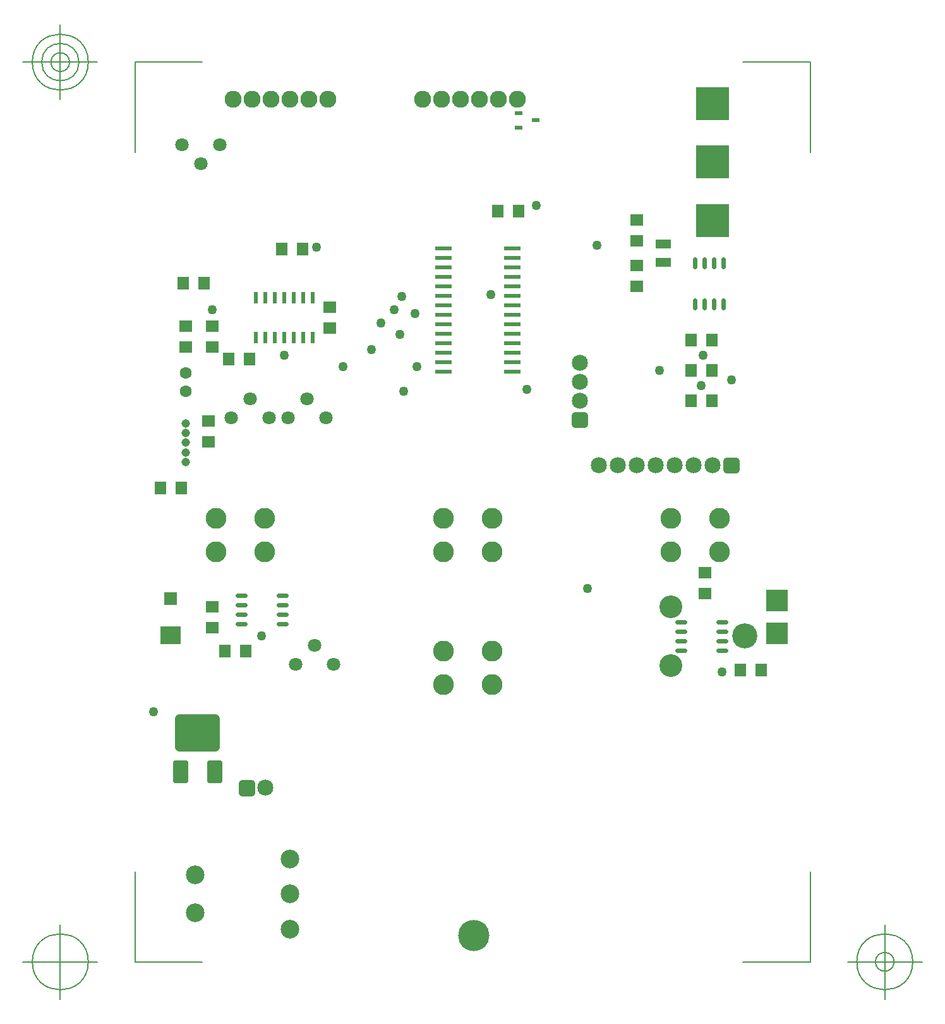
<source format=gbr>
G04 Generated by Ultiboard 14.0 *
%FSLAX33Y33*%
%MOMM*%

%ADD10C,0.001*%
%ADD11C,0.127*%
%ADD12R,1.600X1.800*%
%ADD13R,0.021X1.016*%
%ADD14C,0.593*%
%ADD15R,1.800X1.600*%
%ADD16R,2.100X1.300*%
%ADD17R,4.500X4.500*%
%ADD18C,2.794*%
%ADD19R,1.016X0.021*%
%ADD20R,2.200X0.600*%
%ADD21C,1.800*%
%ADD22C,1.270*%
%ADD23C,1.600*%
%ADD24R,0.600X1.550*%
%ADD25R,1.164X1.164*%
%ADD26C,0.995*%
%ADD27C,2.159*%
%ADD28R,1.000X0.600*%
%ADD29C,2.286*%
%ADD30C,3.356*%
%ADD31C,3.048*%
%ADD32C,2.500*%
%ADD33R,1.397X2.413*%
%ADD34R,4.741X3.725*%
%ADD35R,1.270X1.270*%
%ADD36C,0.889*%
%ADD37R,1.778X1.651*%
%ADD38R,2.667X2.413*%
%ADD39C,1.143*%
%ADD40R,3.000X3.000*%
%ADD41C,4.191*%


G04 ColorRGB 9900CC for the following layer *
%LNSolder Mask Bottom*%
%LPD*%
G54D10*
G54D11*
X-1754Y-20254D02*
X-1754Y-8203D01*
X-1754Y-20254D02*
X7297Y-20254D01*
X88754Y-20254D02*
X79703Y-20254D01*
X88754Y-20254D02*
X88754Y-8203D01*
X88754Y100254D02*
X88754Y88203D01*
X88754Y100254D02*
X79703Y100254D01*
X-1754Y100254D02*
X7297Y100254D01*
X-1754Y100254D02*
X-1754Y88203D01*
X-6754Y-20254D02*
X-16754Y-20254D01*
X-11754Y-25254D02*
X-11754Y-15254D01*
X-15504Y-20254D02*
G75*
D01*
G02X-15504Y-20254I3750J0*
G01*
X93754Y-20254D02*
X103754Y-20254D01*
X98754Y-25254D02*
X98754Y-15254D01*
X95004Y-20254D02*
G75*
D01*
G02X95004Y-20254I3750J0*
G01*
X97504Y-20254D02*
G75*
D01*
G02X97504Y-20254I1250J0*
G01*
X-6754Y100254D02*
X-16754Y100254D01*
X-11754Y95254D02*
X-11754Y105254D01*
X-15504Y100254D02*
G75*
D01*
G02X-15504Y100254I3750J0*
G01*
X-14254Y100254D02*
G75*
D01*
G02X-14254Y100254I2500J0*
G01*
X-13004Y100254D02*
G75*
D01*
G02X-13004Y100254I1250J0*
G01*
G54D12*
X72768Y54864D03*
X75568Y54864D03*
X72768Y58928D03*
X75568Y58928D03*
X72768Y62992D03*
X75568Y62992D03*
X13592Y60452D03*
X10792Y60452D03*
X4696Y70612D03*
X7496Y70612D03*
X46860Y80264D03*
X49660Y80264D03*
X17904Y75184D03*
X20704Y75184D03*
X1648Y43180D03*
X4448Y43180D03*
X82172Y18796D03*
X79372Y18796D03*
X10284Y21336D03*
X13084Y21336D03*
G54D13*
X74549Y73364D03*
X74549Y67860D03*
X73279Y73364D03*
X73279Y67860D03*
X75819Y73364D03*
X77089Y73364D03*
X75819Y67860D03*
X77089Y67860D03*
G54D14*
X74539Y72856D02*
X74559Y72856D01*
X74559Y73872D01*
X74539Y73872D01*
X74539Y72856D01*D02*
X74539Y67352D02*
X74559Y67352D01*
X74559Y68368D01*
X74539Y68368D01*
X74539Y67352D01*D02*
X73269Y72856D02*
X73289Y72856D01*
X73289Y73872D01*
X73269Y73872D01*
X73269Y72856D01*D02*
X73269Y67352D02*
X73289Y67352D01*
X73289Y68368D01*
X73269Y68368D01*
X73269Y67352D01*D02*
X75809Y72856D02*
X75829Y72856D01*
X75829Y73872D01*
X75809Y73872D01*
X75809Y72856D01*D02*
X77079Y72856D02*
X77099Y72856D01*
X77099Y73872D01*
X77079Y73872D01*
X77079Y72856D01*D02*
X75809Y67352D02*
X75829Y67352D01*
X75829Y68368D01*
X75809Y68368D01*
X75809Y67352D01*D02*
X77079Y67352D02*
X77099Y67352D01*
X77099Y68368D01*
X77079Y68368D01*
X77079Y67352D01*D02*
X70908Y21453D02*
X71924Y21453D01*
X71924Y21473D01*
X70908Y21473D01*
X70908Y21453D01*D02*
X70908Y22723D02*
X71924Y22723D01*
X71924Y22743D01*
X70908Y22743D01*
X70908Y22723D01*D02*
X70908Y23993D02*
X71924Y23993D01*
X71924Y24013D01*
X70908Y24013D01*
X70908Y23993D01*D02*
X70908Y25263D02*
X71924Y25263D01*
X71924Y25283D01*
X70908Y25283D01*
X70908Y25263D01*D02*
X76412Y21453D02*
X77428Y21453D01*
X77428Y21473D01*
X76412Y21473D01*
X76412Y21453D01*D02*
X76412Y22723D02*
X77428Y22723D01*
X77428Y22743D01*
X76412Y22743D01*
X76412Y22723D01*D02*
X76412Y23993D02*
X77428Y23993D01*
X77428Y24013D01*
X76412Y24013D01*
X76412Y23993D01*D02*
X76412Y25263D02*
X77428Y25263D01*
X77428Y25283D01*
X76412Y25283D01*
X76412Y25263D01*D02*
X3620Y4054D02*
X5016Y4054D01*
X5016Y6466D01*
X3620Y6466D01*
X3620Y4054D01*D02*
X8192Y4054D02*
X9588Y4054D01*
X9588Y6466D01*
X8192Y6466D01*
X8192Y4054D01*D02*
X11980Y26279D02*
X12996Y26279D01*
X12996Y26299D01*
X11980Y26299D01*
X11980Y26279D01*D02*
X11980Y25009D02*
X12996Y25009D01*
X12996Y25029D01*
X11980Y25029D01*
X11980Y25009D01*D02*
X17484Y26279D02*
X18500Y26279D01*
X18500Y26299D01*
X17484Y26299D01*
X17484Y26279D01*D02*
X17484Y25009D02*
X18500Y25009D01*
X18500Y25029D01*
X17484Y25029D01*
X17484Y25009D01*D02*
X11980Y27549D02*
X12996Y27549D01*
X12996Y27569D01*
X11980Y27569D01*
X11980Y27549D01*D02*
X17484Y27549D02*
X18500Y27549D01*
X18500Y27569D01*
X17484Y27569D01*
X17484Y27549D01*D02*
X11980Y28819D02*
X12996Y28819D01*
X12996Y28839D01*
X11980Y28839D01*
X11980Y28819D01*D02*
X17484Y28819D02*
X18500Y28819D01*
X18500Y28839D01*
X17484Y28839D01*
X17484Y28819D01*D02*
G54D15*
X65532Y70228D03*
X65532Y73028D03*
X74676Y29080D03*
X74676Y31880D03*
X24384Y64640D03*
X24384Y67440D03*
X5080Y64900D03*
X5080Y62100D03*
X8636Y64900D03*
X8636Y62100D03*
X8128Y52200D03*
X8128Y49400D03*
X8636Y27308D03*
X8636Y24508D03*
X65532Y79124D03*
X65532Y76324D03*
G54D16*
X69088Y73476D03*
X69088Y75876D03*
G54D17*
X75692Y79018D03*
X75692Y86868D03*
X75692Y94718D03*
G54D18*
X9144Y34629D03*
X15663Y34629D03*
X9144Y39116D03*
X15663Y39116D03*
X39624Y34629D03*
X46143Y34629D03*
X39624Y39116D03*
X46143Y39116D03*
X70104Y34629D03*
X76623Y34629D03*
X70104Y39116D03*
X76623Y39116D03*
X39624Y16849D03*
X46143Y16849D03*
X39624Y21336D03*
X46143Y21336D03*
G54D19*
X71416Y21463D03*
X71416Y22733D03*
X71416Y24003D03*
X71416Y25273D03*
X76920Y21463D03*
X76920Y22733D03*
X76920Y24003D03*
X76920Y25273D03*
X12488Y26289D03*
X12488Y25019D03*
X17992Y26289D03*
X17992Y25019D03*
X12488Y27559D03*
X17992Y27559D03*
X12488Y28829D03*
X17992Y28829D03*
G54D20*
X39596Y58801D03*
X39596Y60071D03*
X48796Y58801D03*
X48796Y60071D03*
X39596Y61341D03*
X48796Y61341D03*
X39596Y62611D03*
X39596Y63881D03*
X48796Y62611D03*
X48796Y63881D03*
X39596Y65151D03*
X48796Y65151D03*
X39596Y66421D03*
X39596Y67691D03*
X48796Y66421D03*
X48796Y67691D03*
X39596Y70231D03*
X39596Y68961D03*
X48796Y70231D03*
X48796Y68961D03*
X39596Y71501D03*
X48796Y71501D03*
X39596Y72771D03*
X39596Y74041D03*
X48796Y72771D03*
X48796Y74041D03*
X39596Y75311D03*
X48796Y75311D03*
G54D21*
X4572Y89154D03*
X9652Y89154D03*
X7112Y86614D03*
X11176Y52578D03*
X16256Y52578D03*
X13716Y55118D03*
X18796Y52578D03*
X23876Y52578D03*
X21336Y55118D03*
X24892Y19558D03*
X19812Y19558D03*
X22352Y22098D03*
G54D22*
X33782Y63754D03*
X29972Y61722D03*
X31242Y65278D03*
X26162Y59436D03*
X8636Y67056D03*
X18288Y60960D03*
X22606Y75438D03*
X34036Y68834D03*
X36068Y59436D03*
X34290Y56134D03*
X50800Y56388D03*
X45974Y69088D03*
X68580Y58928D03*
X35814Y66548D03*
X74422Y60960D03*
X74168Y56896D03*
X78232Y57658D03*
X60198Y75692D03*
X52070Y81026D03*
X33020Y67056D03*
X58928Y29718D03*
X76962Y18542D03*
X5334Y10414D03*
X4234Y8605D02*
X8974Y8605D01*
X8974Y12329D01*
X4234Y12329D01*
X4234Y8605D01*D02*
X762Y13208D03*
X15240Y23368D03*
G54D23*
X5080Y58654D03*
X5080Y56154D03*
G54D24*
X14478Y63340D03*
X15748Y63340D03*
X18288Y63340D03*
X17018Y63340D03*
X19558Y63340D03*
X20828Y63340D03*
X22098Y63340D03*
X14478Y68740D03*
X15748Y68740D03*
X18288Y68740D03*
X17018Y68740D03*
X19558Y68740D03*
X20828Y68740D03*
X22098Y68740D03*
G54D25*
X57912Y52324D03*
X78232Y46228D03*
G54D26*
X57330Y51742D02*
X58494Y51742D01*
X58494Y52906D01*
X57330Y52906D01*
X57330Y51742D01*D02*
X77650Y45646D02*
X78814Y45646D01*
X78814Y46810D01*
X77650Y46810D01*
X77650Y45646D01*D02*
G54D27*
X57912Y54864D03*
X57912Y57404D03*
X57912Y59944D03*
X60452Y46228D03*
X62992Y46228D03*
X65532Y46228D03*
X68072Y46228D03*
X70612Y46228D03*
X73152Y46228D03*
X75692Y46228D03*
X15748Y3048D03*
G54D28*
X49650Y91506D03*
X49650Y93406D03*
X51950Y92456D03*
G54D29*
X11430Y95250D03*
X13970Y95250D03*
X16510Y95250D03*
X19050Y95250D03*
X21590Y95250D03*
X24130Y95250D03*
X36830Y95250D03*
X39370Y95250D03*
X41910Y95250D03*
X44450Y95250D03*
X46990Y95250D03*
X49530Y95250D03*
G54D30*
X80010Y23368D03*
G54D31*
X70104Y19418D03*
X70104Y27318D03*
G54D32*
X19050Y-6476D03*
X19050Y-11176D03*
X19050Y-15876D03*
X6350Y-13716D03*
X6350Y-8636D03*
G54D33*
X4318Y5260D03*
X8890Y5260D03*
G54D34*
X6604Y10467D03*
G54D35*
X13208Y3048D03*
G54D36*
X12573Y2413D02*
X13843Y2413D01*
X13843Y3683D01*
X12573Y3683D01*
X12573Y2413D01*D02*
G54D37*
X3048Y28358D03*
G54D38*
X3048Y23458D03*
G54D39*
X5080Y46676D03*
X5080Y47976D03*
X5080Y50576D03*
X5080Y49276D03*
X5080Y51876D03*
G54D40*
X84328Y23708D03*
X84328Y28108D03*
G54D41*
X43688Y-16764D03*

M02*

</source>
